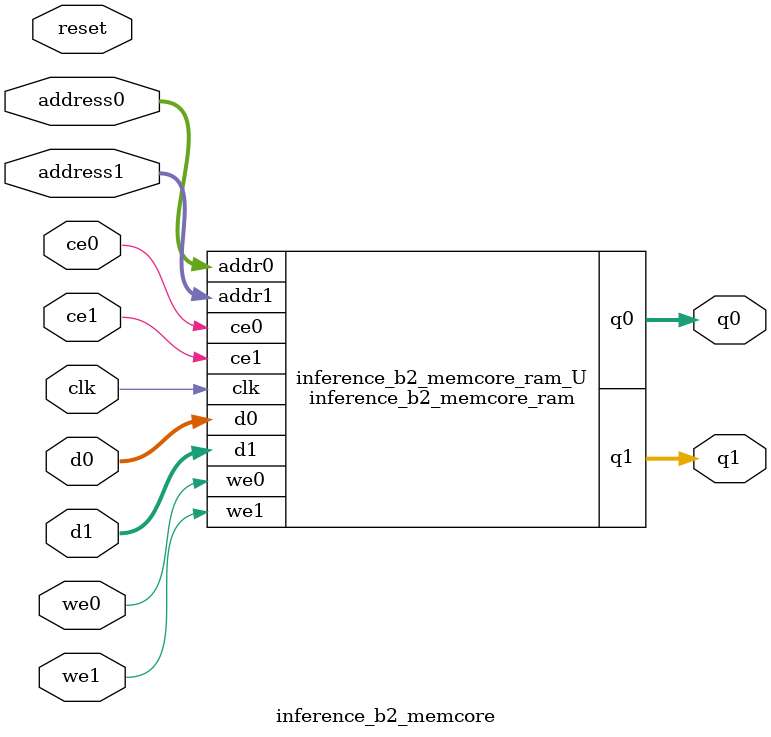
<source format=v>

`timescale 1 ns / 1 ps
module inference_b2_memcore_ram (addr0, ce0, d0, we0, q0, addr1, ce1, d1, we1, q1,  clk);

parameter DWIDTH = 32;
parameter AWIDTH = 5;
parameter MEM_SIZE = 32;

input[AWIDTH-1:0] addr0;
input ce0;
input[DWIDTH-1:0] d0;
input we0;
output reg[DWIDTH-1:0] q0;
input[AWIDTH-1:0] addr1;
input ce1;
input[DWIDTH-1:0] d1;
input we1;
output reg[DWIDTH-1:0] q1;
input clk;

(* ram_style = "block" *)reg [DWIDTH-1:0] ram[MEM_SIZE-1:0];




always @(posedge clk)  
begin 
    if (ce0) 
    begin
        if (we0) 
        begin 
            ram[addr0] <= d0; 
            q0 <= d0;
        end 
        else 
            q0 <= ram[addr0];
    end
end


always @(posedge clk)  
begin 
    if (ce1) 
    begin
        if (we1) 
        begin 
            ram[addr1] <= d1; 
            q1 <= d1;
        end 
        else 
            q1 <= ram[addr1];
    end
end


endmodule


`timescale 1 ns / 1 ps
module inference_b2_memcore(
    reset,
    clk,
    address0,
    ce0,
    we0,
    d0,
    q0,
    address1,
    ce1,
    we1,
    d1,
    q1);

parameter DataWidth = 32'd32;
parameter AddressRange = 32'd32;
parameter AddressWidth = 32'd5;
input reset;
input clk;
input[AddressWidth - 1:0] address0;
input ce0;
input we0;
input[DataWidth - 1:0] d0;
output[DataWidth - 1:0] q0;
input[AddressWidth - 1:0] address1;
input ce1;
input we1;
input[DataWidth - 1:0] d1;
output[DataWidth - 1:0] q1;



inference_b2_memcore_ram inference_b2_memcore_ram_U(
    .clk( clk ),
    .addr0( address0 ),
    .ce0( ce0 ),
    .d0( d0 ),
    .we0( we0 ),
    .q0( q0 ),
    .addr1( address1 ),
    .ce1( ce1 ),
    .d1( d1 ),
    .we1( we1 ),
    .q1( q1 ));

endmodule


</source>
